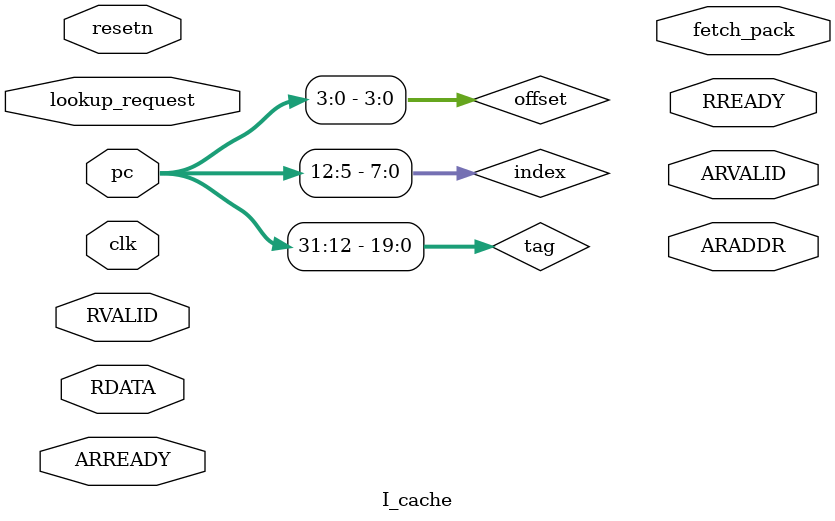
<source format=v>
module I_cache(
    input clk,
    input resetn,

    input lookup_request,
    input [31:0] pc,
    output [127:0] fetch_pack,
    //AXI4 interface
    input [31:0] RDATA,
    input ARREADY,
    input RVALID,
    output [31:0] ARADDR,
    output ARVALID,
    output RREADY
);

    wire way0_hit;
    wire way1_hit;

    wire [20:0] tagv0;
    wire [20:0] tagv1;

    wire [7:0] index;
    wire [3:0] offset;
    wire [19:0] tag;

    wire [255:0] way0_data;
    wire [255:0] way1_data;
    
    wire [127:0] way0_fetch_pack;
    wire [127:0] way1_fetch_pack;
//////////
    assign way0_hit = tagv0[20] & (tagv0[19:0] == tag);
    assign way1_hit = tagv1[20] & (tagv1[19:0] == tag);

    assign index = pc[12:5];
    assign offset = pc[3:0];
    assign tag = pc[31:12]; //the length of tag should be modified

    assign way0_fetch_pack = pc[4:2] == 3'b000 ? way0_data[255:128] : (pc[4:2] == 3'b001 ? way0_data[223:96] : (pc[4:2] == 3'b010 ? way0_data[191:64] : (pc[4:2] == 3'b011 ? way0_data[159:32] : way0_data[127:0])));
    assign way1_fetch_pack = pc[4:2] == 3'b000 ? way1_data[255:128] : (pc[4:2] == 3'b001 ? way1_data[223:96] : (pc[4:2] == 3'b010 ? way1_data[191:64] : (pc[4:2] == 3'b011 ? way0_data[159:32] : way1_data[127:0])));
//////////
    parameter IDEL = 2'b00;
    parameter LOOKUP = 2'b01;
    parameter MISS = 2'b10;
    parameter REFILL = 2'b11;

    reg [1:0] state;

    always @(posedge clk) begin
        if(~resetn) begin
            state <= 2'b00;
        end else begin
            case(state)
                IDEL : begin
                    if(lookup_request) begin
                        state <= LOOKUP;
                    end
                end
                LOOKUP : begin
                    if((way0_hit | way1_hit) & ~lookup_request) begin
                        state <= IDEL;
                    end else if((way0_hit | way1_hit) & lookup_request) begin
                        state <= LOOKUP;
                    end else if(~way0_hit & ~way1_hit) begin
                        state <= MISS;
                    end
                end
                MISS : begin
                    if(ARREADY) begin
                        state <= REFILL;
                    end
                end
                REFILL : begin
                    if(RVALID) begin
                        state <= IDEL;
                    end
                end
                default : begin
                    
                end
            endcase
        end
    end
//////////implement two V-tables, two Tag-tables, two Data-tables
    TAGV_table TAGV0(
        .clka(clk),    // input wire clka
        .ena(1'b1),      // input wire ena
        .wea(),      // input wire [0 : 0] wea
        .addra(index),  // input wire [7 : 0] addra
        .dina(),    // input wire [20 : 0] dina
        .douta(tagv0)  // output wire [20 : 0] douta
    );

    TAGV_table TAGV1(
        .clka(clk),    // input wire clka
        .ena(1'b1),      // input wire ena
        .wea(),      // input wire [0 : 0] wea
        .addra(index),  // input wire [7 : 0] addra
        .dina(),    // input wire [20 : 0] dina
        .douta(tagv1)  // output wire [20 : 0] douta
    );

endmodule
</source>
